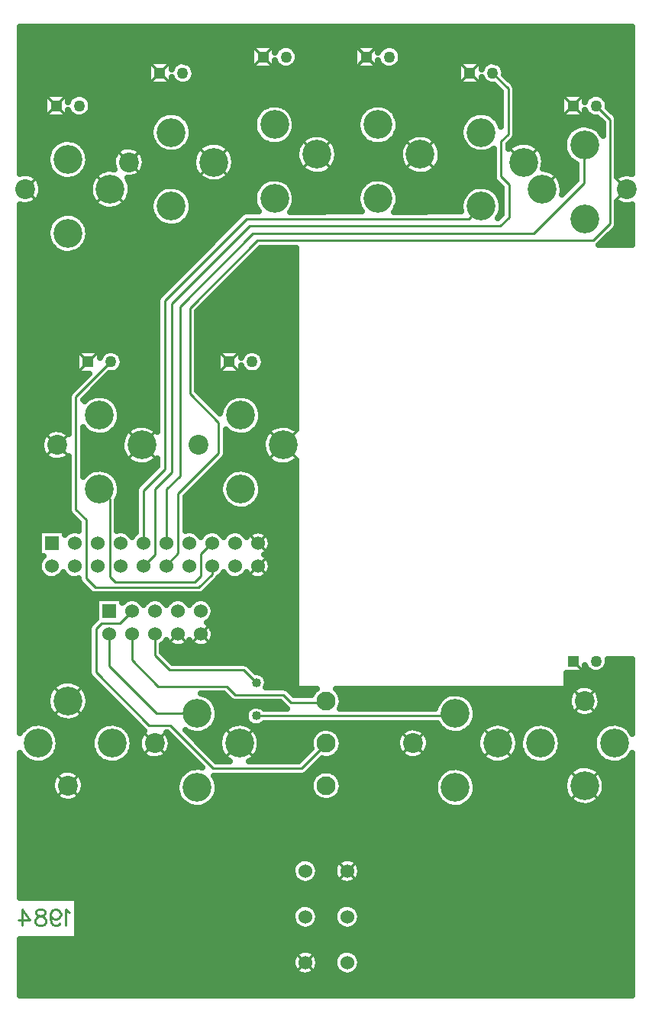
<source format=gbr>
G04 DipTrace 2.4.0.2*
%INBottomCopper.gbr*%
%MOIN*%
%ADD13C,0.01*%
%ADD14C,0.025*%
%ADD15C,0.013*%
%ADD16C,0.05*%
%ADD17R,0.05X0.05*%
%ADD18C,0.06*%
%ADD19C,0.126*%
%ADD20C,0.0866*%
%ADD21C,0.0827*%
%ADD22R,0.06X0.06*%
%ADD23C,0.04*%
%ADD25C,0.18*%
%ADD52C,0.0108*%
%FSLAX44Y44*%
G04*
G70*
G90*
G75*
G01*
%LNBottom*%
%LPD*%
X9706Y24094D2*
D13*
Y26399D1*
X10630Y27323D1*
Y34685D1*
X14213Y38268D1*
X23903D1*
X24454Y38819D1*
X9706Y23094D2*
X9709D1*
X10197Y23583D1*
Y26457D1*
X10949Y27209D1*
Y34571D1*
X14331Y37953D1*
X25276D1*
X25669Y38346D1*
Y39764D1*
X25315Y40118D1*
Y41654D1*
X25630Y41969D1*
Y43962D1*
X24954Y44638D1*
X10706Y24094D2*
Y26454D1*
X11295Y27043D1*
Y34445D1*
X14488Y37638D1*
X26732D1*
X28937Y39843D1*
Y41467D1*
X28966Y41496D1*
X10706Y23094D2*
Y23147D1*
X11220Y23661D1*
Y26260D1*
X12992Y28031D1*
Y29370D1*
X11736Y30626D1*
Y34374D1*
X14685Y37323D1*
X29331D1*
X30079Y38071D1*
Y42596D1*
X29466Y43209D1*
X12706Y24094D2*
X12677D1*
X12205Y23622D1*
Y22677D1*
X11929Y22402D1*
X8465D1*
X8228Y22638D1*
Y26016D1*
X7787Y26457D1*
X12706Y23094D2*
Y22745D1*
X12126Y22165D1*
X7598D1*
X7205Y22559D1*
Y25118D1*
X6752Y25571D1*
Y30492D1*
X8287Y32028D1*
X8206Y20126D2*
Y18723D1*
X10276Y16654D1*
X12049D1*
X17686Y15354D2*
Y15324D1*
X16614Y14252D1*
X12756D1*
X10866Y16142D1*
X9961D1*
X7638Y18465D1*
Y20354D1*
X7874Y20591D1*
X8670D1*
X9206Y21126D1*
Y20126D2*
Y18983D1*
X10343Y17846D1*
X13335D1*
X13709Y17472D1*
X15811D1*
X16142Y17142D1*
X17623D1*
X17686Y17205D1*
X10206Y20126D2*
Y19192D1*
X10843Y18555D1*
X14083D1*
X14630Y18008D1*
Y16551D2*
X23222D1*
X23324Y16654D1*
D23*
X14630Y18008D3*
Y16551D3*
D25*
X5417Y45457D3*
X29957D3*
X5417Y5417D3*
X29957D3*
X4347Y46414D2*
D14*
X31025D1*
X4347Y46165D2*
X31025D1*
X4347Y45916D2*
X31025D1*
X4347Y45668D2*
X14393D1*
X16357D2*
X18904D1*
X20868D2*
X31025D1*
X4347Y45419D2*
X14393D1*
X16466D2*
X18904D1*
X20978D2*
X31025D1*
X4347Y45170D2*
X14393D1*
X16439D2*
X18904D1*
X20950D2*
X31025D1*
X4347Y44922D2*
X9877D1*
X11872D2*
X14393D1*
X15470D2*
X15615D1*
X16247D2*
X18904D1*
X19982D2*
X20123D1*
X20759D2*
X23416D1*
X25407D2*
X31025D1*
X4347Y44673D2*
X9877D1*
X11958D2*
X23416D1*
X25493D2*
X31025D1*
X4347Y44424D2*
X9877D1*
X11911D2*
X23416D1*
X25638D2*
X31025D1*
X4347Y44176D2*
X9877D1*
X10958D2*
X11166D1*
X11669D2*
X23416D1*
X24493D2*
X24701D1*
X25888D2*
X31025D1*
X4347Y43927D2*
X25193D1*
X25970D2*
X31025D1*
X4347Y43678D2*
X5365D1*
X6446D2*
X6670D1*
X7142D2*
X25291D1*
X25970D2*
X27928D1*
X29005D2*
X29228D1*
X29700D2*
X31025D1*
X4347Y43429D2*
X5365D1*
X7396D2*
X25291D1*
X25970D2*
X27928D1*
X29954D2*
X31025D1*
X4347Y43181D2*
X5365D1*
X7446D2*
X15002D1*
X15857D2*
X19514D1*
X20368D2*
X25291D1*
X25970D2*
X27928D1*
X30005D2*
X31025D1*
X4347Y42932D2*
X5365D1*
X7364D2*
X10760D1*
X11075D2*
X14701D1*
X16161D2*
X19213D1*
X20673D2*
X24295D1*
X24611D2*
X25291D1*
X25970D2*
X27928D1*
X30212D2*
X31025D1*
X4347Y42683D2*
X10264D1*
X11571D2*
X14564D1*
X16298D2*
X19076D1*
X20810D2*
X23799D1*
X25107D2*
X25293D1*
X25970D2*
X29521D1*
X30407D2*
X31025D1*
X4347Y42435D2*
X10088D1*
X11751D2*
X14514D1*
X16349D2*
X19025D1*
X20861D2*
X23623D1*
X25970D2*
X29740D1*
X30419D2*
X31025D1*
X4347Y42186D2*
X10010D1*
X11829D2*
X14533D1*
X16329D2*
X19045D1*
X20841D2*
X23545D1*
X25970D2*
X28373D1*
X29560D2*
X29740D1*
X30419D2*
X31025D1*
X4347Y41937D2*
X10006D1*
X11833D2*
X14631D1*
X16232D2*
X16990D1*
X17571D2*
X19143D1*
X20743D2*
X21502D1*
X22083D2*
X23541D1*
X25970D2*
X28162D1*
X30419D2*
X31025D1*
X4347Y41689D2*
X6029D1*
X6782D2*
X10072D1*
X11763D2*
X14842D1*
X16021D2*
X16596D1*
X17966D2*
X19353D1*
X20532D2*
X21111D1*
X22478D2*
X23611D1*
X25821D2*
X28068D1*
X30419D2*
X31025D1*
X4347Y41440D2*
X5697D1*
X7118D2*
X8951D1*
X9184D2*
X10236D1*
X11599D2*
X12178D1*
X13361D2*
X16436D1*
X18126D2*
X20947D1*
X22638D2*
X23771D1*
X26896D2*
X28049D1*
X30419D2*
X31025D1*
X4347Y41191D2*
X5549D1*
X7267D2*
X8506D1*
X9634D2*
X10635D1*
X11204D2*
X11967D1*
X13571D2*
X16369D1*
X18193D2*
X20881D1*
X22704D2*
X24170D1*
X24739D2*
X24975D1*
X27107D2*
X28100D1*
X30419D2*
X31025D1*
X4347Y40943D2*
X5490D1*
X7321D2*
X8373D1*
X9763D2*
X11869D1*
X13669D2*
X16373D1*
X18189D2*
X20885D1*
X22700D2*
X24975D1*
X27204D2*
X28236D1*
X30419D2*
X31025D1*
X4347Y40694D2*
X5502D1*
X7310D2*
X8346D1*
X9790D2*
X11850D1*
X13689D2*
X16451D1*
X18111D2*
X20963D1*
X22622D2*
X24975D1*
X27224D2*
X28545D1*
X30419D2*
X31025D1*
X4347Y40445D2*
X5592D1*
X7220D2*
X8061D1*
X9724D2*
X11900D1*
X13638D2*
X16627D1*
X17935D2*
X21139D1*
X22446D2*
X24975D1*
X27310D2*
X28596D1*
X30419D2*
X31025D1*
X4884Y40197D2*
X5787D1*
X7025D2*
X7596D1*
X9521D2*
X12041D1*
X13497D2*
X17131D1*
X17431D2*
X21643D1*
X21943D2*
X24975D1*
X27775D2*
X28596D1*
X5165Y39948D2*
X7424D1*
X9091D2*
X12346D1*
X13193D2*
X14994D1*
X15868D2*
X19506D1*
X20380D2*
X25025D1*
X27950D2*
X28572D1*
X5267Y39699D2*
X7346D1*
X9165D2*
X10732D1*
X11103D2*
X14697D1*
X16165D2*
X19209D1*
X20677D2*
X24268D1*
X24638D2*
X25264D1*
X28025D2*
X28322D1*
X5271Y39450D2*
X7346D1*
X9169D2*
X10260D1*
X11579D2*
X14561D1*
X16298D2*
X19072D1*
X20810D2*
X23795D1*
X25114D2*
X25330D1*
X5177Y39202D2*
X7416D1*
X9099D2*
X10084D1*
X11751D2*
X14514D1*
X16349D2*
X19025D1*
X20861D2*
X23619D1*
X4915Y38953D2*
X7580D1*
X8935D2*
X10010D1*
X11829D2*
X14533D1*
X16329D2*
X19045D1*
X20841D2*
X23545D1*
X4347Y38704D2*
X7994D1*
X8521D2*
X10006D1*
X11829D2*
X14631D1*
X16228D2*
X19143D1*
X20739D2*
X23541D1*
X30419D2*
X31025D1*
X4347Y38456D2*
X6018D1*
X6794D2*
X10076D1*
X11763D2*
X13932D1*
X30419D2*
X31025D1*
X4347Y38207D2*
X5693D1*
X7122D2*
X10240D1*
X11595D2*
X13682D1*
X30419D2*
X31025D1*
X4347Y37958D2*
X5545D1*
X7267D2*
X10650D1*
X11189D2*
X13432D1*
X30400D2*
X31025D1*
X4347Y37710D2*
X5490D1*
X7325D2*
X13186D1*
X30189D2*
X31025D1*
X4347Y37461D2*
X5506D1*
X7310D2*
X12936D1*
X29939D2*
X31025D1*
X4347Y37212D2*
X5596D1*
X7220D2*
X12686D1*
X29689D2*
X31025D1*
X4347Y36964D2*
X5795D1*
X7021D2*
X12439D1*
X14794D2*
X16338D1*
X4347Y36715D2*
X12189D1*
X14548D2*
X16338D1*
X4347Y36466D2*
X11939D1*
X14298D2*
X16338D1*
X4347Y36218D2*
X11693D1*
X14048D2*
X16338D1*
X4347Y35969D2*
X11443D1*
X13802D2*
X16338D1*
X4347Y35720D2*
X11193D1*
X13552D2*
X16338D1*
X4347Y35471D2*
X10947D1*
X13302D2*
X16338D1*
X4347Y35223D2*
X10697D1*
X13056D2*
X16338D1*
X4347Y34974D2*
X10447D1*
X12806D2*
X16338D1*
X4347Y34725D2*
X10291D1*
X12556D2*
X16338D1*
X4347Y34477D2*
X10291D1*
X12310D2*
X16338D1*
X4347Y34228D2*
X10291D1*
X12075D2*
X16338D1*
X4347Y33979D2*
X10291D1*
X12075D2*
X16338D1*
X4347Y33731D2*
X10291D1*
X12075D2*
X16338D1*
X4347Y33482D2*
X10291D1*
X12075D2*
X16338D1*
X4347Y33233D2*
X10291D1*
X12075D2*
X16338D1*
X4347Y32985D2*
X10291D1*
X12075D2*
X16338D1*
X4347Y32736D2*
X10291D1*
X12075D2*
X16338D1*
X4347Y32487D2*
X6748D1*
X7825D2*
X8029D1*
X8544D2*
X10291D1*
X12075D2*
X12912D1*
X13993D2*
X14197D1*
X14708D2*
X16338D1*
X4347Y32239D2*
X6748D1*
X8782D2*
X10291D1*
X12075D2*
X12912D1*
X14946D2*
X16338D1*
X4347Y31990D2*
X6748D1*
X8825D2*
X10291D1*
X12075D2*
X12912D1*
X14989D2*
X16338D1*
X4347Y31741D2*
X6748D1*
X8739D2*
X10291D1*
X12075D2*
X12912D1*
X14907D2*
X16338D1*
X4347Y31492D2*
X7283D1*
X8224D2*
X10291D1*
X12075D2*
X16338D1*
X4347Y31244D2*
X7033D1*
X7974D2*
X10291D1*
X12075D2*
X16338D1*
X4347Y30995D2*
X6783D1*
X7724D2*
X10291D1*
X12075D2*
X16338D1*
X4347Y30746D2*
X6537D1*
X7478D2*
X10291D1*
X12087D2*
X16338D1*
X4347Y30498D2*
X6412D1*
X7228D2*
X7388D1*
X8185D2*
X10291D1*
X12333D2*
X13553D1*
X14353D2*
X16338D1*
X4347Y30249D2*
X6412D1*
X8505D2*
X10291D1*
X12583D2*
X13232D1*
X14673D2*
X16338D1*
X4347Y30000D2*
X6412D1*
X8650D2*
X10291D1*
X12833D2*
X13092D1*
X14814D2*
X16338D1*
X4347Y29752D2*
X6412D1*
X8704D2*
X10291D1*
X14868D2*
X16338D1*
X4347Y29503D2*
X6412D1*
X8689D2*
X10291D1*
X14853D2*
X16338D1*
X4347Y29254D2*
X6412D1*
X8595D2*
X9396D1*
X9876D2*
X10291D1*
X14763D2*
X15564D1*
X16044D2*
X16338D1*
X4347Y29006D2*
X5592D1*
X6282D2*
X6413D1*
X8396D2*
X8967D1*
X14560D2*
X15135D1*
X4347Y28757D2*
X5322D1*
X7091D2*
X8799D1*
X13333D2*
X14963D1*
X4347Y28508D2*
X5225D1*
X7091D2*
X8725D1*
X13333D2*
X14893D1*
X4347Y28260D2*
X5225D1*
X7091D2*
X8728D1*
X13333D2*
X14893D1*
X4347Y28011D2*
X5322D1*
X7091D2*
X8799D1*
X13333D2*
X14967D1*
X4347Y27762D2*
X5600D1*
X6275D2*
X6413D1*
X7091D2*
X8971D1*
X13193D2*
X15135D1*
X4347Y27513D2*
X6412D1*
X7091D2*
X9416D1*
X9861D2*
X10291D1*
X12943D2*
X15580D1*
X16028D2*
X16338D1*
X4347Y27265D2*
X6412D1*
X7091D2*
X7377D1*
X8196D2*
X10103D1*
X12696D2*
X13545D1*
X14361D2*
X16338D1*
X4347Y27016D2*
X6412D1*
X8509D2*
X9853D1*
X12446D2*
X13228D1*
X14677D2*
X16338D1*
X4347Y26767D2*
X6412D1*
X8650D2*
X9603D1*
X12196D2*
X13088D1*
X14818D2*
X16338D1*
X4347Y26519D2*
X6412D1*
X8704D2*
X9389D1*
X11950D2*
X13037D1*
X14872D2*
X16338D1*
X4347Y26270D2*
X6412D1*
X8689D2*
X9365D1*
X11700D2*
X13053D1*
X14853D2*
X16338D1*
X4347Y26021D2*
X6412D1*
X8595D2*
X9365D1*
X11560D2*
X13146D1*
X14759D2*
X16338D1*
X4347Y25773D2*
X6412D1*
X8568D2*
X9365D1*
X11560D2*
X13350D1*
X14556D2*
X16338D1*
X4347Y25524D2*
X6416D1*
X8568D2*
X9365D1*
X11560D2*
X16338D1*
X4347Y25275D2*
X6576D1*
X8568D2*
X9365D1*
X11560D2*
X16338D1*
X4347Y25027D2*
X6826D1*
X8568D2*
X9365D1*
X11560D2*
X16338D1*
X4347Y24778D2*
X6865D1*
X8568D2*
X9365D1*
X11560D2*
X16338D1*
X4347Y24529D2*
X5115D1*
X9091D2*
X9322D1*
X12091D2*
X12322D1*
X13091D2*
X13322D1*
X14091D2*
X14322D1*
X15091D2*
X16338D1*
X4347Y24281D2*
X5115D1*
X15263D2*
X16338D1*
X4347Y24032D2*
X5115D1*
X15294D2*
X16338D1*
X4347Y23783D2*
X5115D1*
X15200D2*
X16338D1*
X4347Y23534D2*
X5115D1*
X15087D2*
X16338D1*
X4347Y23286D2*
X5150D1*
X15263D2*
X16338D1*
X4347Y23037D2*
X5119D1*
X15294D2*
X16338D1*
X4347Y22788D2*
X5205D1*
X15204D2*
X16338D1*
X4347Y22540D2*
X5576D1*
X5837D2*
X6576D1*
X12970D2*
X13576D1*
X13837D2*
X14576D1*
X14837D2*
X16338D1*
X4347Y22291D2*
X7002D1*
X12720D2*
X16338D1*
X4347Y22042D2*
X7252D1*
X12474D2*
X16338D1*
X4347Y21794D2*
X16338D1*
X4347Y21545D2*
X7615D1*
X9611D2*
X9803D1*
X10611D2*
X10803D1*
X11611D2*
X11803D1*
X12611D2*
X16338D1*
X4347Y21296D2*
X7615D1*
X12771D2*
X16338D1*
X4347Y21048D2*
X7615D1*
X12790D2*
X16338D1*
X4347Y20799D2*
X7611D1*
X12693D2*
X16338D1*
X4347Y20550D2*
X7365D1*
X12603D2*
X16338D1*
X4347Y20302D2*
X7299D1*
X12767D2*
X16338D1*
X4347Y20053D2*
X7299D1*
X12790D2*
X16338D1*
X4347Y19804D2*
X7299D1*
X12696D2*
X16338D1*
X4347Y19555D2*
X7299D1*
X10544D2*
X16338D1*
X4347Y19307D2*
X7299D1*
X10560D2*
X16338D1*
X4347Y19058D2*
X7299D1*
X10810D2*
X16338D1*
X4347Y18809D2*
X7299D1*
X14294D2*
X16338D1*
X29989D2*
X31025D1*
X4347Y18561D2*
X7299D1*
X14548D2*
X16338D1*
X29833D2*
X31025D1*
X4347Y18312D2*
X7338D1*
X15005D2*
X16338D1*
X28200D2*
X31025D1*
X4347Y18063D2*
X6131D1*
X6685D2*
X7568D1*
X15118D2*
X16338D1*
X28200D2*
X31025D1*
X4347Y17815D2*
X5728D1*
X7087D2*
X7818D1*
X15079D2*
X16338D1*
X28189D2*
X28603D1*
X29329D2*
X31025D1*
X4347Y17566D2*
X5564D1*
X7251D2*
X8064D1*
X16189D2*
X17088D1*
X18286D2*
X28346D1*
X29587D2*
X31025D1*
X4347Y17317D2*
X5494D1*
X7318D2*
X8314D1*
X12673D2*
X13393D1*
X18380D2*
X22697D1*
X23950D2*
X28252D1*
X29681D2*
X31025D1*
X4347Y17069D2*
X5498D1*
X7318D2*
X8564D1*
X12864D2*
X15744D1*
X18376D2*
X22506D1*
X24142D2*
X28256D1*
X29677D2*
X31025D1*
X4347Y16820D2*
X5572D1*
X7239D2*
X8811D1*
X12954D2*
X14225D1*
X24228D2*
X28357D1*
X29571D2*
X31025D1*
X4347Y16571D2*
X5752D1*
X7064D2*
X9061D1*
X12966D2*
X14139D1*
X24239D2*
X28646D1*
X29282D2*
X31025D1*
X4347Y16323D2*
X6232D1*
X6579D2*
X9311D1*
X12903D2*
X14201D1*
X24181D2*
X31025D1*
X4347Y16074D2*
X4553D1*
X5665D2*
X7779D1*
X8892D2*
X9557D1*
X12755D2*
X13342D1*
X14454D2*
X22619D1*
X24032D2*
X24619D1*
X25732D2*
X26478D1*
X27595D2*
X29709D1*
X30821D2*
X31025D1*
X5892Y15825D2*
X7549D1*
X9122D2*
X9658D1*
X12411D2*
X13111D1*
X14685D2*
X17174D1*
X18200D2*
X20936D1*
X22013D2*
X22963D1*
X23689D2*
X24389D1*
X25962D2*
X26252D1*
X27821D2*
X29478D1*
X6001Y15576D2*
X7443D1*
X9228D2*
X9510D1*
X11903D2*
X13006D1*
X14790D2*
X17021D1*
X18353D2*
X20787D1*
X22161D2*
X24283D1*
X27927D2*
X29373D1*
X6028Y15328D2*
X7416D1*
X9255D2*
X9475D1*
X10919D2*
X11209D1*
X12150D2*
X12978D1*
X14818D2*
X16982D1*
X18388D2*
X20752D1*
X22196D2*
X24256D1*
X27954D2*
X29346D1*
X5986Y15079D2*
X7459D1*
X9212D2*
X9533D1*
X10864D2*
X11459D1*
X12400D2*
X13021D1*
X14775D2*
X16971D1*
X18329D2*
X20807D1*
X22142D2*
X24299D1*
X27911D2*
X29389D1*
X5857Y14830D2*
X7584D1*
X9087D2*
X9713D1*
X10685D2*
X11709D1*
X12650D2*
X13150D1*
X14650D2*
X16721D1*
X18142D2*
X20986D1*
X21958D2*
X24424D1*
X25923D2*
X26287D1*
X27786D2*
X29514D1*
X4347Y14582D2*
X4631D1*
X5583D2*
X7861D1*
X8814D2*
X11955D1*
X12896D2*
X13424D1*
X14376D2*
X16475D1*
X17415D2*
X24697D1*
X25650D2*
X26561D1*
X27513D2*
X29787D1*
X30739D2*
X31025D1*
X4347Y14333D2*
X12205D1*
X17165D2*
X28603D1*
X29325D2*
X31025D1*
X4347Y14084D2*
X5994D1*
X6818D2*
X11420D1*
X16915D2*
X17311D1*
X18064D2*
X22693D1*
X23954D2*
X28260D1*
X29673D2*
X31025D1*
X4347Y13836D2*
X5768D1*
X7044D2*
X11228D1*
X12868D2*
X17068D1*
X18302D2*
X22506D1*
X24146D2*
X28111D1*
X29821D2*
X31025D1*
X4347Y13587D2*
X5689D1*
X7126D2*
X11143D1*
X12954D2*
X16990D1*
X18384D2*
X22420D1*
X24228D2*
X28049D1*
X29880D2*
X31025D1*
X4347Y13338D2*
X5705D1*
X7111D2*
X11135D1*
X12962D2*
X17002D1*
X18368D2*
X22408D1*
X24239D2*
X28061D1*
X29868D2*
X31025D1*
X4347Y13090D2*
X5822D1*
X6993D2*
X11193D1*
X12903D2*
X17123D1*
X18247D2*
X22471D1*
X24177D2*
X28146D1*
X29782D2*
X31025D1*
X4347Y12841D2*
X6166D1*
X6650D2*
X11346D1*
X12751D2*
X17518D1*
X17853D2*
X22623D1*
X24028D2*
X28342D1*
X29591D2*
X31025D1*
X4347Y12592D2*
X11697D1*
X12400D2*
X22975D1*
X23677D2*
X31025D1*
X4347Y12344D2*
X31025D1*
X4347Y12095D2*
X31025D1*
X4347Y11846D2*
X31025D1*
X4347Y11597D2*
X31025D1*
X4347Y11349D2*
X31025D1*
X4347Y11100D2*
X31025D1*
X4347Y10851D2*
X31025D1*
X4347Y10603D2*
X31025D1*
X4347Y10354D2*
X31025D1*
X4347Y10105D2*
X16291D1*
X17255D2*
X18115D1*
X19083D2*
X31025D1*
X4347Y9857D2*
X16189D1*
X17357D2*
X18018D1*
X19185D2*
X31025D1*
X4347Y9608D2*
X16209D1*
X17337D2*
X18037D1*
X19165D2*
X31025D1*
X4347Y9359D2*
X16365D1*
X17181D2*
X18193D1*
X19005D2*
X31025D1*
X4347Y9111D2*
X31025D1*
X4347Y8862D2*
X31025D1*
X4347Y8613D2*
X31025D1*
X6821Y8365D2*
X31025D1*
X6821Y8116D2*
X16299D1*
X17247D2*
X18123D1*
X19075D2*
X31025D1*
X6821Y7867D2*
X16189D1*
X17357D2*
X18018D1*
X19181D2*
X31025D1*
X6821Y7618D2*
X16205D1*
X17341D2*
X18033D1*
X19169D2*
X31025D1*
X6821Y7370D2*
X16353D1*
X17193D2*
X18182D1*
X19017D2*
X31025D1*
X6821Y7121D2*
X31025D1*
X6821Y6872D2*
X31025D1*
X4347Y6624D2*
X31025D1*
X4347Y6375D2*
X31025D1*
X4347Y6126D2*
X16307D1*
X17239D2*
X18131D1*
X19068D2*
X31025D1*
X4347Y5878D2*
X16193D1*
X17353D2*
X18018D1*
X19181D2*
X31025D1*
X4347Y5629D2*
X16201D1*
X17345D2*
X18029D1*
X19169D2*
X31025D1*
X4347Y5380D2*
X16346D1*
X17200D2*
X18170D1*
X19028D2*
X31025D1*
X4347Y5132D2*
X31025D1*
X4347Y4883D2*
X31025D1*
X4347Y4634D2*
X31025D1*
X4347Y4385D2*
X31025D1*
X7407Y43085D2*
X7362Y42968D1*
X7291Y42866D1*
X7197Y42784D1*
X7087Y42726D1*
X6966Y42697D1*
X6841Y42698D1*
X6720Y42729D1*
X6610Y42788D1*
X6518Y42871D1*
X6448Y42975D1*
X6423Y43044D1*
X6422Y42694D1*
X5392D1*
Y43724D1*
X6422D1*
Y43381D1*
X6455Y43455D1*
X6527Y43557D1*
X6622Y43638D1*
X6734Y43694D1*
X6855Y43721D1*
X6980Y43718D1*
X7100Y43686D1*
X7209Y43625D1*
X7301Y43540D1*
X7369Y43436D1*
X7410Y43318D1*
X7422Y43209D1*
X7407Y43085D1*
X11918Y44514D2*
X11874Y44398D1*
X11803Y44295D1*
X11709Y44213D1*
X11599Y44155D1*
X11477Y44126D1*
X11353Y44127D1*
X11232Y44158D1*
X11122Y44217D1*
X11030Y44301D1*
X10960Y44404D1*
X10934Y44474D1*
Y44123D1*
X9904D1*
Y45153D1*
X10934D1*
Y44810D1*
X10967Y44885D1*
X11039Y44986D1*
X11134Y45067D1*
X11246Y45123D1*
X11367Y45150D1*
X11492Y45147D1*
X11612Y45115D1*
X11721Y45054D1*
X11813Y44969D1*
X11881Y44865D1*
X11922Y44747D1*
X11934Y44638D1*
X11918Y44514D1*
X16430Y45223D2*
X16386Y45106D1*
X16315Y45004D1*
X16221Y44921D1*
X16110Y44864D1*
X15989Y44835D1*
X15864Y44836D1*
X15744Y44867D1*
X15634Y44926D1*
X15541Y45009D1*
X15472Y45113D1*
X15446Y45182D1*
X15445Y44832D1*
X14416D1*
Y45861D1*
X15445D1*
Y45518D1*
X15478Y45593D1*
X15551Y45695D1*
X15646Y45776D1*
X15757Y45831D1*
X15879Y45859D1*
X16004Y45856D1*
X16124Y45824D1*
X16233Y45763D1*
X16324Y45678D1*
X16393Y45574D1*
X16434Y45456D1*
X16445Y45346D1*
X16430Y45223D1*
X20942D2*
X20898Y45106D1*
X20827Y45004D1*
X20733Y44921D1*
X20622Y44864D1*
X20501Y44835D1*
X20376Y44836D1*
X20255Y44867D1*
X20146Y44926D1*
X20053Y45009D1*
X19983Y45113D1*
X19958Y45182D1*
X19957Y44832D1*
X18927D1*
Y45861D1*
X19957D1*
Y45518D1*
X19990Y45593D1*
X20063Y45695D1*
X20158Y45776D1*
X20269Y45831D1*
X20391Y45859D1*
X20515Y45856D1*
X20636Y45824D1*
X20745Y45763D1*
X20836Y45678D1*
X20904Y45574D1*
X20945Y45456D1*
X20957Y45346D1*
X20942Y45223D1*
X25017Y44127D2*
X24888D1*
X24767Y44158D1*
X24657Y44217D1*
X24565Y44301D1*
X24495Y44404D1*
X24470Y44474D1*
X24469Y44123D1*
X23439D1*
Y45153D1*
X24469D1*
Y44810D1*
X24502Y44885D1*
X24575Y44986D1*
X24670Y45067D1*
X24781Y45123D1*
X24903Y45150D1*
X25027Y45147D1*
X25148Y45115D1*
X25257Y45054D1*
X25348Y44969D1*
X25416Y44865D1*
X25457Y44747D1*
X25469Y44638D1*
X25461Y44572D1*
X25853Y44185D1*
X25921Y44081D1*
X25945Y43962D1*
Y41969D1*
X25920Y41847D1*
X25853Y41746D1*
X25629Y41522D1*
X25630Y41337D1*
X25755Y41454D1*
X25880Y41536D1*
X26018Y41596D1*
X26163Y41632D1*
X26313Y41643D1*
X26462Y41629D1*
X26607Y41590D1*
X26743Y41528D1*
X26867Y41444D1*
X26975Y41340D1*
X27065Y41220D1*
X27133Y41087D1*
X27178Y40944D1*
X27198Y40795D1*
X27194Y40648D1*
X27165Y40501D1*
X27152Y40460D1*
X27297Y40443D1*
X27441Y40400D1*
X27575Y40334D1*
X27697Y40247D1*
X27802Y40140D1*
X27888Y40018D1*
X27953Y39882D1*
X27994Y39738D1*
X28010Y39589D1*
X28002Y39442D1*
X27978Y39328D1*
X28623Y39974D1*
X28622Y40667D1*
X28518Y40722D1*
X28414Y40791D1*
X28322Y40875D1*
X28241Y40971D1*
X28175Y41077D1*
X28125Y41191D1*
X28090Y41311D1*
X28073Y41435D1*
Y41560D1*
X28091Y41683D1*
X28125Y41803D1*
X28176Y41917D1*
X28243Y42023D1*
X28323Y42119D1*
X28416Y42202D1*
X28520Y42272D1*
X28632Y42326D1*
X28751Y42365D1*
X28874Y42386D1*
X28999Y42390D1*
X29123Y42377D1*
X29244Y42346D1*
X29360Y42299D1*
X29468Y42237D1*
X29566Y42160D1*
X29653Y42070D1*
X29726Y41968D1*
X29764Y41896D1*
Y42465D1*
X29525Y42697D1*
X29400Y42698D1*
X29279Y42729D1*
X29169Y42788D1*
X29077Y42871D1*
X29007Y42975D1*
X28982Y43044D1*
X28981Y42694D1*
X27951D1*
Y43724D1*
X28981D1*
Y43381D1*
X29014Y43455D1*
X29086Y43557D1*
X29181Y43638D1*
X29293Y43694D1*
X29414Y43721D1*
X29539Y43718D1*
X29659Y43686D1*
X29769Y43625D1*
X29860Y43540D1*
X29928Y43436D1*
X29969Y43318D1*
X29981Y43209D1*
X29973Y43143D1*
X30301Y42818D1*
X30370Y42715D1*
X30394Y42596D1*
Y40123D1*
X30513Y40195D1*
X30629Y40239D1*
X30752Y40262D1*
X30877D1*
X31000Y40240D1*
X31053Y40224D1*
X31052Y46662D1*
X4322D1*
Y40224D1*
X4443Y40256D1*
X4567Y40265D1*
X4691Y40252D1*
X4811Y40217D1*
X4923Y40161D1*
X5023Y40086D1*
X5108Y39995D1*
X5175Y39890D1*
X5223Y39774D1*
X5249Y39652D1*
X5253Y39517D1*
X5233Y39394D1*
X5191Y39276D1*
X5129Y39168D1*
X5049Y39072D1*
X4953Y38992D1*
X4844Y38931D1*
X4726Y38890D1*
X4603Y38870D1*
X4478Y38873D1*
X4356Y38898D1*
X4322Y38909D1*
Y15783D1*
X4385Y15882D1*
X4465Y15977D1*
X4558Y16060D1*
X4662Y16130D1*
X4774Y16185D1*
X4893Y16223D1*
X5016Y16244D1*
X5141Y16249D1*
X5265Y16235D1*
X5386Y16205D1*
X5502Y16158D1*
X5610Y16095D1*
X5708Y16018D1*
X5795Y15928D1*
X5868Y15827D1*
X5926Y15716D1*
X5968Y15599D1*
X5994Y15476D1*
X6002Y15354D1*
X5994Y15230D1*
X5968Y15108D1*
X5925Y14990D1*
X5866Y14880D1*
X5793Y14779D1*
X5706Y14689D1*
X5608Y14612D1*
X5499Y14550D1*
X5384Y14503D1*
X5262Y14473D1*
X5138Y14460D1*
X5013Y14464D1*
X4890Y14486D1*
X4772Y14525D1*
X4659Y14580D1*
X4556Y14650D1*
X4463Y14733D1*
X4383Y14829D1*
X4323Y14925D1*
X4322Y8596D1*
X5313Y8593D1*
X6798D1*
Y6800D1*
X4325D1*
X4322Y6412D1*
Y4322D1*
X31052D1*
Y14927D1*
X30950Y14779D1*
X30864Y14689D1*
X30765Y14612D1*
X30657Y14550D1*
X30541Y14503D1*
X30420Y14473D1*
X30296Y14460D1*
X30171Y14464D1*
X30048Y14486D1*
X29929Y14525D1*
X29817Y14580D1*
X29713Y14650D1*
X29621Y14733D1*
X29541Y14829D1*
X29474Y14935D1*
X29424Y15049D1*
X29390Y15169D1*
X29372Y15293D1*
X29373Y15418D1*
X29390Y15542D1*
X29425Y15662D1*
X29476Y15776D1*
X29542Y15882D1*
X29622Y15977D1*
X29715Y16060D1*
X29819Y16130D1*
X29931Y16185D1*
X30050Y16223D1*
X30173Y16244D1*
X30298Y16249D1*
X30422Y16235D1*
X30544Y16205D1*
X30659Y16158D1*
X30767Y16095D1*
X30865Y16018D1*
X30952Y15928D1*
X31053Y15775D1*
X31052Y19044D1*
X29970D1*
X29981Y18945D1*
X29966Y18821D1*
X29921Y18705D1*
X29850Y18602D1*
X29757Y18520D1*
X29646Y18462D1*
X29525Y18433D1*
X29400Y18434D1*
X29279Y18465D1*
X29169Y18524D1*
X29077Y18608D1*
X29007Y18711D1*
X28982Y18781D1*
X28981Y18430D1*
X28174D1*
Y17862D1*
X28112Y17757D1*
X28049Y17737D1*
X18107D1*
X18180Y17669D1*
X18257Y17571D1*
X18315Y17460D1*
X18351Y17341D1*
X18365Y17205D1*
X18353Y17080D1*
X18319Y16960D1*
X18272Y16866D1*
X22454D1*
X22484Y16961D1*
X22535Y17075D1*
X22601Y17181D1*
X22682Y17276D1*
X22775Y17360D1*
X22878Y17429D1*
X22991Y17484D1*
X23109Y17522D1*
X23232Y17544D1*
X23357Y17548D1*
X23481Y17534D1*
X23603Y17504D1*
X23718Y17457D1*
X23826Y17394D1*
X23925Y17317D1*
X24011Y17227D1*
X24084Y17126D1*
X24143Y17015D1*
X24185Y16898D1*
X24211Y16776D1*
X24219Y16654D1*
X24210Y16529D1*
X24184Y16407D1*
X24142Y16289D1*
X24083Y16179D1*
X24009Y16078D1*
X23923Y15988D1*
X23824Y15911D1*
X23716Y15849D1*
X23600Y15802D1*
X23479Y15772D1*
X23355Y15759D1*
X23230Y15764D1*
X23107Y15785D1*
X22988Y15824D1*
X22876Y15879D1*
X22773Y15949D1*
X22680Y16033D1*
X22600Y16128D1*
X22532Y16238D1*
X17597Y16236D1*
X14968D1*
X14851Y16142D1*
X14734Y16098D1*
X14610Y16087D1*
X14488Y16109D1*
X14375Y16162D1*
X14281Y16244D1*
X14212Y16348D1*
X14173Y16466D1*
X14167Y16591D1*
X14194Y16712D1*
X14252Y16822D1*
X14338Y16913D1*
X14444Y16977D1*
X14564Y17011D1*
X14689Y17012D1*
X14809Y16980D1*
X14917Y16917D1*
X14968Y16864D1*
X15993Y16866D1*
X15919Y16919D1*
X15679Y17159D1*
X13709Y17158D1*
X13587Y17182D1*
X13486Y17250D1*
X13201Y17534D1*
X12221Y17532D1*
X12327Y17504D1*
X12443Y17457D1*
X12551Y17394D1*
X12649Y17317D1*
X12735Y17227D1*
X12809Y17126D1*
X12867Y17015D1*
X12909Y16898D1*
X12935Y16776D1*
X12943Y16654D1*
X12935Y16529D1*
X12909Y16407D1*
X12866Y16289D1*
X12807Y16179D1*
X12734Y16078D1*
X12647Y15988D1*
X12549Y15911D1*
X12440Y15849D1*
X12325Y15802D1*
X12203Y15772D1*
X12079Y15759D1*
X11954Y15764D1*
X11831Y15785D1*
X11713Y15824D1*
X11600Y15879D1*
X11531Y15922D1*
X12887Y14566D1*
X13473Y14568D1*
X13347Y14650D1*
X13237Y14752D1*
X13146Y14870D1*
X13076Y15003D1*
X13029Y15145D1*
X13006Y15293D1*
X13009Y15443D1*
X13036Y15590D1*
X13087Y15731D1*
X13161Y15861D1*
X13256Y15977D1*
X13369Y16076D1*
X13497Y16154D1*
X13636Y16210D1*
X13782Y16242D1*
X13932Y16249D1*
X14081Y16230D1*
X14224Y16188D1*
X14359Y16122D1*
X14481Y16034D1*
X14586Y15928D1*
X14672Y15805D1*
X14736Y15670D1*
X14777Y15526D1*
X14794Y15377D1*
X14785Y15230D1*
X14752Y15084D1*
X14695Y14945D1*
X14615Y14818D1*
X14516Y14706D1*
X14399Y14612D1*
X14323Y14567D1*
X16486D1*
X17046Y15129D1*
X17021Y15224D1*
X17008Y15348D1*
X17018Y15473D1*
X17051Y15593D1*
X17106Y15705D1*
X17180Y15806D1*
X17271Y15891D1*
X17377Y15958D1*
X17493Y16004D1*
X17615Y16029D1*
X17740Y16031D1*
X17863Y16009D1*
X17980Y15966D1*
X18087Y15902D1*
X18180Y15819D1*
X18257Y15721D1*
X18315Y15610D1*
X18351Y15490D1*
X18365Y15354D1*
X18353Y15230D1*
X18319Y15110D1*
X18264Y14998D1*
X18189Y14898D1*
X18097Y14814D1*
X17991Y14748D1*
X17874Y14703D1*
X17752Y14679D1*
X17627D1*
X17508Y14700D1*
X16837Y14029D1*
X16733Y13961D1*
X16614Y13937D1*
X12780D1*
X12867Y13787D1*
X12909Y13670D1*
X12935Y13547D1*
X12943Y13425D1*
X12935Y13301D1*
X12909Y13178D1*
X12866Y13061D1*
X12807Y12951D1*
X12734Y12850D1*
X12647Y12760D1*
X12549Y12683D1*
X12440Y12621D1*
X12325Y12574D1*
X12203Y12544D1*
X12079Y12531D1*
X11954Y12535D1*
X11831Y12557D1*
X11713Y12596D1*
X11600Y12651D1*
X11497Y12721D1*
X11404Y12804D1*
X11324Y12900D1*
X11258Y13006D1*
X11207Y13120D1*
X11173Y13240D1*
X11156Y13364D1*
Y13489D1*
X11174Y13613D1*
X11208Y13733D1*
X11259Y13847D1*
X11326Y13952D1*
X11406Y14048D1*
X11499Y14131D1*
X11603Y14201D1*
X11715Y14256D1*
X11834Y14294D1*
X11957Y14315D1*
X12082Y14319D1*
X12270Y14290D1*
X10735Y15827D1*
X10718Y15821D1*
X10792Y15721D1*
X10848Y15609D1*
X10883Y15489D1*
X10896Y15354D1*
X10885Y15230D1*
X10852Y15110D1*
X10798Y14997D1*
X10725Y14896D1*
X10635Y14810D1*
X10531Y14741D1*
X10416Y14691D1*
X10294Y14663D1*
X10170Y14657D1*
X10046Y14673D1*
X9927Y14711D1*
X9817Y14770D1*
X9719Y14847D1*
X9636Y14941D1*
X9571Y15047D1*
X9527Y15164D1*
X9503Y15287D1*
Y15411D1*
X9524Y15534D1*
X9567Y15652D1*
X9630Y15759D1*
X9711Y15854D1*
X9761Y15898D1*
X7415Y18242D1*
X7346Y18345D1*
X7323Y18465D1*
Y20354D1*
X7347Y20476D1*
X7415Y20577D1*
X7641Y20811D1*
Y21691D1*
X8771D1*
Y21484D1*
X8829Y21547D1*
X8931Y21619D1*
X9046Y21668D1*
X9169Y21690D1*
X9293Y21684D1*
X9414Y21651D1*
X9524Y21593D1*
X9619Y21512D1*
X9704Y21387D1*
X9746Y21454D1*
X9829Y21547D1*
X9931Y21619D1*
X10046Y21668D1*
X10169Y21690D1*
X10293Y21684D1*
X10414Y21651D1*
X10524Y21593D1*
X10619Y21512D1*
X10704Y21387D1*
X10746Y21454D1*
X10829Y21547D1*
X10931Y21619D1*
X11046Y21668D1*
X11169Y21690D1*
X11293Y21684D1*
X11414Y21651D1*
X11524Y21593D1*
X11619Y21512D1*
X11704Y21387D1*
X11746Y21454D1*
X11829Y21547D1*
X11931Y21619D1*
X12046Y21668D1*
X12169Y21690D1*
X12293Y21684D1*
X12414Y21651D1*
X12524Y21593D1*
X12619Y21512D1*
X12693Y21412D1*
X12744Y21298D1*
X12771Y21126D1*
X12757Y21002D1*
X12716Y20884D1*
X12651Y20778D1*
X12564Y20689D1*
X12469Y20627D1*
X12583Y20547D1*
X12666Y20454D1*
X12727Y20345D1*
X12762Y20225D1*
X12770Y20101D1*
X12751Y19978D1*
X12705Y19862D1*
X12635Y19759D1*
X12544Y19673D1*
X12436Y19610D1*
X12318Y19572D1*
X12193Y19561D1*
X12070Y19578D1*
X11953Y19621D1*
X11848Y19689D1*
X11761Y19778D1*
X11705Y19862D1*
X11635Y19759D1*
X11544Y19673D1*
X11436Y19610D1*
X11318Y19572D1*
X11193Y19561D1*
X11070Y19578D1*
X10953Y19621D1*
X10848Y19689D1*
X10761Y19778D1*
X10706Y19863D1*
X10651Y19778D1*
X10564Y19689D1*
X10521Y19661D1*
Y19325D1*
X10973Y18870D1*
X14083D1*
X14204Y18846D1*
X14305Y18778D1*
X14612Y18471D1*
X14689Y18469D1*
X14809Y18437D1*
X14917Y18374D1*
X15004Y18284D1*
X15064Y18175D1*
X15095Y18008D1*
X15078Y17884D1*
X15037Y17788D1*
X15811Y17787D1*
X15933Y17763D1*
X16034Y17695D1*
X16274Y17455D1*
X17060Y17457D1*
X17106Y17556D1*
X17180Y17656D1*
X17269Y17739D1*
X16488Y17737D1*
X16383Y17798D1*
X16363Y17862D1*
Y27686D1*
X16217Y27593D1*
X16079Y27535D1*
X15933Y27500D1*
X15784Y27491D1*
X15635Y27507D1*
X15490Y27547D1*
X15355Y27611D1*
X15232Y27697D1*
X15125Y27802D1*
X15037Y27923D1*
X14971Y28057D1*
X14928Y28201D1*
X14909Y28350D1*
X14916Y28499D1*
X14947Y28646D1*
X15002Y28785D1*
X15080Y28913D1*
X15178Y29026D1*
X15294Y29122D1*
X15424Y29196D1*
X15564Y29248D1*
X15711Y29276D1*
X15861Y29279D1*
X16009Y29257D1*
X16152Y29210D1*
X16284Y29140D1*
X16364Y29083D1*
X16365Y37007D1*
X14819Y37008D1*
X13228Y35421D1*
X12049Y34241D1*
X12051Y31374D1*
Y30753D1*
X13060Y29749D1*
X13078Y29872D1*
X13112Y29992D1*
X13163Y30106D1*
X13230Y30212D1*
X13310Y30308D1*
X13403Y30391D1*
X13507Y30461D1*
X13619Y30515D1*
X13738Y30554D1*
X13861Y30575D1*
X13986Y30579D1*
X14110Y30566D1*
X14231Y30535D1*
X14347Y30488D1*
X14455Y30426D1*
X14553Y30349D1*
X14640Y30259D1*
X14713Y30157D1*
X14771Y30047D1*
X14814Y29929D1*
X14839Y29807D1*
X14848Y29685D1*
X14839Y29560D1*
X14813Y29438D1*
X14770Y29321D1*
X14712Y29211D1*
X14638Y29110D1*
X14551Y29020D1*
X14453Y28943D1*
X14345Y28881D1*
X14229Y28834D1*
X14108Y28804D1*
X13983Y28791D1*
X13859Y28795D1*
X13736Y28817D1*
X13617Y28856D1*
X13505Y28911D1*
X13401Y28980D1*
X13306Y29067D1*
X13307Y28031D1*
X13283Y27910D1*
X13215Y27809D1*
X11533Y26127D1*
X11535Y24631D1*
X11669Y24658D1*
X11794Y24653D1*
X11914Y24620D1*
X12024Y24561D1*
X12119Y24480D1*
X12205Y24355D1*
X12246Y24423D1*
X12330Y24516D1*
X12431Y24588D1*
X12546Y24636D1*
X12669Y24658D1*
X12794Y24653D1*
X12914Y24620D1*
X13024Y24561D1*
X13119Y24480D1*
X13205Y24355D1*
X13246Y24423D1*
X13330Y24516D1*
X13431Y24588D1*
X13546Y24636D1*
X13669Y24658D1*
X13794Y24653D1*
X13914Y24620D1*
X14024Y24561D1*
X14119Y24480D1*
X14205Y24355D1*
X14277Y24462D1*
X14368Y24547D1*
X14476Y24610D1*
X14595Y24648D1*
X14719Y24659D1*
X14843Y24643D1*
X14960Y24599D1*
X15064Y24531D1*
X15151Y24442D1*
X15217Y24336D1*
X15257Y24218D1*
X15271Y24094D1*
X15257Y23971D1*
X15217Y23853D1*
X15151Y23746D1*
X15064Y23657D1*
X14968Y23594D1*
X15064Y23531D1*
X15151Y23442D1*
X15217Y23336D1*
X15257Y23218D1*
X15271Y23094D1*
X15257Y22971D1*
X15217Y22853D1*
X15151Y22746D1*
X15064Y22657D1*
X14959Y22589D1*
X14842Y22546D1*
X14718Y22530D1*
X14594Y22541D1*
X14475Y22579D1*
X14368Y22642D1*
X14277Y22727D1*
X14206Y22831D1*
X14151Y22746D1*
X14064Y22657D1*
X13959Y22589D1*
X13842Y22546D1*
X13718Y22530D1*
X13594Y22541D1*
X13475Y22579D1*
X13368Y22642D1*
X13277Y22727D1*
X13205Y22834D1*
X13151Y22746D1*
X13064Y22657D1*
X12989Y22608D1*
X12929Y22523D1*
X12349Y21943D1*
X12245Y21874D1*
X12126Y21850D1*
X7598D1*
X7477Y21875D1*
X7376Y21943D1*
X6982Y22336D1*
X6910Y22447D1*
X6890Y22563D1*
X6842Y22546D1*
X6718Y22530D1*
X6594Y22541D1*
X6475Y22579D1*
X6368Y22642D1*
X6277Y22727D1*
X6205Y22834D1*
X6151Y22746D1*
X6064Y22657D1*
X5959Y22589D1*
X5842Y22546D1*
X5718Y22530D1*
X5594Y22541D1*
X5475Y22579D1*
X5368Y22642D1*
X5277Y22727D1*
X5207Y22830D1*
X5161Y22946D1*
X5142Y23070D1*
X5150Y23194D1*
X5185Y23314D1*
X5246Y23423D1*
X5352Y23531D1*
X5141Y23530D1*
Y24659D1*
X6271D1*
Y24452D1*
X6330Y24516D1*
X6431Y24588D1*
X6546Y24636D1*
X6669Y24658D1*
X6794Y24653D1*
X6888Y24627D1*
X6890Y24985D1*
X6529Y25348D1*
X6461Y25452D1*
X6437Y25571D1*
Y27903D1*
X6373Y27841D1*
X6269Y27772D1*
X6155Y27723D1*
X6033Y27694D1*
X5908Y27688D1*
X5785Y27705D1*
X5666Y27743D1*
X5556Y27801D1*
X5458Y27879D1*
X5375Y27972D1*
X5310Y28079D1*
X5265Y28195D1*
X5242Y28318D1*
X5241Y28443D1*
X5263Y28566D1*
X5306Y28683D1*
X5369Y28791D1*
X5450Y28886D1*
X5547Y28964D1*
X5656Y29025D1*
X5774Y29065D1*
X5898Y29083D1*
X6023Y29079D1*
X6145Y29052D1*
X6260Y29005D1*
X6365Y28937D1*
X6438Y28872D1*
X6437Y30492D1*
X6462Y30614D1*
X6529Y30715D1*
X7328Y31513D1*
X6772D1*
Y32542D1*
X7802D1*
Y32200D1*
X7835Y32274D1*
X7908Y32376D1*
X8003Y32457D1*
X8114Y32513D1*
X8236Y32540D1*
X8361Y32537D1*
X8481Y32505D1*
X8590Y32444D1*
X8681Y32359D1*
X8749Y32255D1*
X8791Y32137D1*
X8802Y32028D1*
X8787Y31904D1*
X8743Y31787D1*
X8672Y31685D1*
X8578Y31603D1*
X8467Y31545D1*
X8346Y31516D1*
X8225Y31517D1*
X7065Y30360D1*
X7145Y30308D1*
X7238Y30391D1*
X7341Y30461D1*
X7454Y30515D1*
X7573Y30554D1*
X7696Y30575D1*
X7821Y30579D1*
X7945Y30566D1*
X8066Y30535D1*
X8182Y30488D1*
X8290Y30426D1*
X8388Y30349D1*
X8474Y30259D1*
X8547Y30157D1*
X8606Y30047D1*
X8648Y29929D1*
X8674Y29807D1*
X8682Y29685D1*
X8674Y29560D1*
X8648Y29438D1*
X8605Y29321D1*
X8546Y29211D1*
X8473Y29110D1*
X8386Y29020D1*
X8287Y28943D1*
X8179Y28881D1*
X8063Y28834D1*
X7942Y28804D1*
X7818Y28791D1*
X7693Y28795D1*
X7570Y28817D1*
X7451Y28856D1*
X7339Y28911D1*
X7236Y28980D1*
X7143Y29064D1*
X7065Y29157D1*
X7067Y26988D1*
X7145Y27079D1*
X7238Y27163D1*
X7341Y27232D1*
X7454Y27287D1*
X7573Y27325D1*
X7696Y27347D1*
X7821Y27351D1*
X7945Y27338D1*
X8066Y27307D1*
X8182Y27260D1*
X8290Y27197D1*
X8388Y27120D1*
X8474Y27030D1*
X8547Y26929D1*
X8606Y26818D1*
X8648Y26701D1*
X8674Y26579D1*
X8682Y26457D1*
X8674Y26332D1*
X8648Y26210D1*
X8605Y26093D1*
X8544Y25979D1*
X8546Y24636D1*
X8669Y24658D1*
X8794Y24653D1*
X8914Y24620D1*
X9024Y24561D1*
X9119Y24480D1*
X9205Y24355D1*
X9246Y24423D1*
X9330Y24516D1*
X9390Y24559D1*
X9391Y26399D1*
X9416Y26521D1*
X9483Y26622D1*
X10315Y27453D1*
Y27803D1*
X10236Y27721D1*
X10117Y27630D1*
X9984Y27561D1*
X9842Y27515D1*
X9693Y27493D1*
X9544Y27496D1*
X9396Y27524D1*
X9256Y27576D1*
X9126Y27652D1*
X9011Y27747D1*
X8913Y27861D1*
X8836Y27989D1*
X8781Y28128D1*
X8750Y28275D1*
X8744Y28425D1*
X8763Y28573D1*
X8806Y28717D1*
X8873Y28851D1*
X8961Y28972D1*
X9069Y29076D1*
X9192Y29162D1*
X9328Y29225D1*
X9472Y29265D1*
X9621Y29281D1*
X9770Y29271D1*
X9916Y29236D1*
X10054Y29178D1*
X10181Y29097D1*
X10292Y28997D1*
X10315Y28971D1*
Y34685D1*
X10339Y34807D1*
X10407Y34908D1*
X13990Y38490D1*
X14093Y38559D1*
X14213Y38583D1*
X14740D1*
X14640Y38734D1*
X14589Y38849D1*
X14555Y38969D1*
X14538Y39092D1*
Y39217D1*
X14555Y39341D1*
X14590Y39461D1*
X14641Y39575D1*
X14707Y39681D1*
X14788Y39776D1*
X14881Y39860D1*
X14984Y39929D1*
X15097Y39984D1*
X15216Y40022D1*
X15339Y40044D1*
X15464Y40048D1*
X15588Y40034D1*
X15709Y40004D1*
X15825Y39957D1*
X15933Y39894D1*
X16031Y39817D1*
X16117Y39727D1*
X16191Y39626D1*
X16249Y39515D1*
X16291Y39398D1*
X16317Y39276D1*
X16325Y39154D1*
X16317Y39029D1*
X16291Y38907D1*
X16248Y38789D1*
X16189Y38679D1*
X16118Y38581D1*
X19256Y38583D1*
X19152Y38734D1*
X19101Y38849D1*
X19067Y38969D1*
X19050Y39092D1*
Y39217D1*
X19067Y39341D1*
X19102Y39461D1*
X19153Y39575D1*
X19219Y39681D1*
X19300Y39776D1*
X19393Y39860D1*
X19496Y39929D1*
X19609Y39984D1*
X19728Y40022D1*
X19851Y40044D1*
X19975Y40048D1*
X20100Y40034D1*
X20221Y40004D1*
X20336Y39957D1*
X20444Y39894D1*
X20543Y39817D1*
X20629Y39727D1*
X20702Y39626D1*
X20761Y39515D1*
X20803Y39398D1*
X20829Y39276D1*
X20837Y39154D1*
X20828Y39029D1*
X20802Y38907D1*
X20760Y38789D1*
X20701Y38679D1*
X20630Y38581D1*
X23592Y38583D1*
X23561Y38758D1*
Y38883D1*
X23579Y39006D1*
X23614Y39126D1*
X23665Y39240D1*
X23731Y39346D1*
X23811Y39442D1*
X23904Y39525D1*
X24008Y39595D1*
X24120Y39649D1*
X24239Y39688D1*
X24362Y39709D1*
X24487Y39713D1*
X24611Y39700D1*
X24733Y39669D1*
X24848Y39622D1*
X24956Y39560D1*
X25054Y39482D1*
X25141Y39392D1*
X25214Y39291D1*
X25273Y39181D1*
X25315Y39063D1*
X25341Y38941D1*
X25349Y38819D1*
X25340Y38694D1*
X25314Y38572D1*
X25271Y38455D1*
X25188Y38310D1*
X25354Y38477D1*
Y39632D1*
X25092Y39895D1*
X25024Y39999D1*
X25000Y40118D1*
Y41341D1*
X24846Y41243D1*
X24730Y41196D1*
X24609Y41166D1*
X24485Y41153D1*
X24360Y41157D1*
X24237Y41179D1*
X24118Y41218D1*
X24006Y41273D1*
X23902Y41343D1*
X23810Y41426D1*
X23730Y41522D1*
X23663Y41628D1*
X23613Y41742D1*
X23579Y41862D1*
X23561Y41986D1*
Y42111D1*
X23579Y42235D1*
X23614Y42355D1*
X23665Y42469D1*
X23731Y42574D1*
X23811Y42670D1*
X23904Y42753D1*
X24008Y42823D1*
X24120Y42878D1*
X24239Y42916D1*
X24362Y42937D1*
X24487Y42941D1*
X24611Y42928D1*
X24733Y42898D1*
X24848Y42851D1*
X24956Y42788D1*
X25054Y42711D1*
X25141Y42621D1*
X25214Y42519D1*
X25273Y42409D1*
X25316Y42288D1*
X25315Y43832D1*
X25018Y44129D1*
X14953Y31904D2*
X14908Y31787D1*
X14837Y31685D1*
X14743Y31603D1*
X14633Y31545D1*
X14511Y31516D1*
X14387Y31517D1*
X14266Y31548D1*
X14156Y31607D1*
X14064Y31690D1*
X13994Y31794D1*
X13969Y31863D1*
X13968Y31513D1*
X12938D1*
Y32542D1*
X13968D1*
Y32200D1*
X14001Y32274D1*
X14073Y32376D1*
X14168Y32457D1*
X14280Y32513D1*
X14401Y32540D1*
X14526Y32537D1*
X14646Y32505D1*
X14755Y32444D1*
X14847Y32359D1*
X14915Y32255D1*
X14956Y32137D1*
X14968Y32028D1*
X14953Y31904D1*
X7293Y37513D2*
X7267Y37391D1*
X7224Y37274D1*
X7166Y37163D1*
X7092Y37062D1*
X7005Y36973D1*
X6907Y36896D1*
X6799Y36833D1*
X6683Y36787D1*
X6562Y36756D1*
X6437Y36743D1*
X6313Y36748D1*
X6190Y36770D1*
X6071Y36808D1*
X5959Y36863D1*
X5855Y36933D1*
X5762Y37017D1*
X5682Y37113D1*
X5616Y37219D1*
X5566Y37333D1*
X5531Y37453D1*
X5514Y37577D1*
Y37702D1*
X5532Y37825D1*
X5566Y37945D1*
X5617Y38059D1*
X5684Y38165D1*
X5764Y38261D1*
X5857Y38344D1*
X5961Y38414D1*
X6073Y38468D1*
X6192Y38506D1*
X6315Y38528D1*
X6440Y38532D1*
X6564Y38519D1*
X6685Y38488D1*
X6801Y38441D1*
X6909Y38378D1*
X7007Y38301D1*
X7094Y38211D1*
X7167Y38110D1*
X7225Y38000D1*
X7268Y37882D1*
X7293Y37760D1*
X7302Y37638D1*
X7293Y37513D1*
Y40742D2*
X7267Y40619D1*
X7224Y40502D1*
X7166Y40392D1*
X7092Y40291D1*
X7005Y40201D1*
X6907Y40124D1*
X6799Y40062D1*
X6683Y40015D1*
X6562Y39985D1*
X6437Y39972D1*
X6313Y39976D1*
X6190Y39998D1*
X6071Y40037D1*
X5959Y40092D1*
X5855Y40162D1*
X5762Y40245D1*
X5682Y40341D1*
X5616Y40447D1*
X5566Y40561D1*
X5531Y40681D1*
X5514Y40805D1*
Y40930D1*
X5532Y41054D1*
X5566Y41174D1*
X5617Y41288D1*
X5684Y41393D1*
X5764Y41489D1*
X5857Y41572D1*
X5961Y41642D1*
X6073Y41696D1*
X6192Y41735D1*
X6315Y41756D1*
X6440Y41760D1*
X6564Y41747D1*
X6685Y41717D1*
X6801Y41670D1*
X6909Y41607D1*
X7007Y41530D1*
X7094Y41440D1*
X7167Y41338D1*
X7225Y41228D1*
X7268Y41110D1*
X7293Y40988D1*
X7302Y40866D1*
X7293Y40742D1*
X9152Y39542D2*
X9135Y39393D1*
X9094Y39249D1*
X9029Y39114D1*
X8943Y38992D1*
X8837Y38885D1*
X8715Y38798D1*
X8580Y38732D1*
X8437Y38690D1*
X8288Y38673D1*
X8138Y38680D1*
X7992Y38712D1*
X7853Y38769D1*
X7725Y38847D1*
X7613Y38946D1*
X7518Y39062D1*
X7444Y39193D1*
X7393Y39333D1*
X7367Y39481D1*
X7365Y39631D1*
X7388Y39779D1*
X7435Y39921D1*
X7506Y40053D1*
X7597Y40171D1*
X7708Y40273D1*
X7833Y40355D1*
X7971Y40415D1*
X8116Y40451D1*
X8265Y40462D1*
X8415Y40448D1*
X8441Y40443D1*
X8397Y40558D1*
X8374Y40680D1*
X8373Y40805D1*
X8394Y40928D1*
X8437Y41045D1*
X8500Y41153D1*
X8581Y41248D1*
X8678Y41327D1*
X8787Y41387D1*
X8906Y41427D1*
X9029Y41445D1*
X9154Y41441D1*
X9276Y41414D1*
X9391Y41367D1*
X9496Y41299D1*
X9588Y41214D1*
X9662Y41114D1*
X9718Y41003D1*
X9753Y40883D1*
X9766Y40748D1*
X9755Y40624D1*
X9722Y40503D1*
X9668Y40391D1*
X9595Y40290D1*
X9505Y40203D1*
X9401Y40134D1*
X9286Y40085D1*
X9164Y40057D1*
X9040Y40051D1*
X9009Y40053D1*
X9085Y39906D1*
X9130Y39763D1*
X9151Y39614D1*
X9152Y39542D1*
X11805Y38694D2*
X11779Y38572D1*
X11736Y38455D1*
X11677Y38345D1*
X11604Y38243D1*
X11517Y38154D1*
X11419Y38077D1*
X11310Y38014D1*
X11195Y37968D1*
X11073Y37938D1*
X10949Y37925D1*
X10824Y37929D1*
X10701Y37951D1*
X10583Y37990D1*
X10470Y38044D1*
X10367Y38114D1*
X10274Y38198D1*
X10194Y38294D1*
X10128Y38400D1*
X10077Y38514D1*
X10043Y38634D1*
X10026Y38758D1*
Y38883D1*
X10044Y39006D1*
X10078Y39126D1*
X10129Y39240D1*
X10196Y39346D1*
X10276Y39442D1*
X10369Y39525D1*
X10473Y39595D1*
X10585Y39649D1*
X10704Y39688D1*
X10827Y39709D1*
X10952Y39713D1*
X11076Y39700D1*
X11197Y39669D1*
X11313Y39622D1*
X11421Y39560D1*
X11519Y39482D1*
X11606Y39392D1*
X11679Y39291D1*
X11737Y39181D1*
X11779Y39063D1*
X11805Y38941D1*
X11813Y38819D1*
X11805Y38694D1*
Y41923D2*
X11779Y41800D1*
X11736Y41683D1*
X11677Y41573D1*
X11604Y41472D1*
X11517Y41382D1*
X11419Y41305D1*
X11310Y41243D1*
X11195Y41196D1*
X11073Y41166D1*
X10949Y41153D1*
X10824Y41157D1*
X10701Y41179D1*
X10583Y41218D1*
X10470Y41273D1*
X10367Y41343D1*
X10274Y41426D1*
X10194Y41522D1*
X10128Y41628D1*
X10077Y41742D1*
X10043Y41862D1*
X10026Y41986D1*
Y42111D1*
X10044Y42235D1*
X10078Y42355D1*
X10129Y42469D1*
X10196Y42574D1*
X10276Y42670D1*
X10369Y42753D1*
X10473Y42823D1*
X10585Y42878D1*
X10704Y42916D1*
X10827Y42937D1*
X10952Y42941D1*
X11076Y42928D1*
X11197Y42898D1*
X11313Y42851D1*
X11421Y42788D1*
X11519Y42711D1*
X11606Y42621D1*
X11679Y42519D1*
X11737Y42409D1*
X11779Y42292D1*
X11805Y42169D1*
X11813Y42047D1*
X11805Y41923D1*
X13664Y40723D2*
X13647Y40574D1*
X13605Y40430D1*
X13541Y40295D1*
X13454Y40173D1*
X13349Y40066D1*
X13227Y39979D1*
X13092Y39914D1*
X12948Y39871D1*
X12800Y39854D1*
X12650Y39861D1*
X12504Y39893D1*
X12365Y39950D1*
X12237Y40028D1*
X12125Y40127D1*
X12030Y40243D1*
X11956Y40374D1*
X11905Y40515D1*
X11878Y40662D1*
X11876Y40812D1*
X11900Y40960D1*
X11947Y41102D1*
X12018Y41234D1*
X12109Y41353D1*
X12219Y41454D1*
X12345Y41536D1*
X12482Y41596D1*
X12628Y41632D1*
X12777Y41643D1*
X12926Y41629D1*
X13071Y41590D1*
X13207Y41528D1*
X13331Y41444D1*
X13440Y41340D1*
X13529Y41220D1*
X13597Y41087D1*
X13642Y40944D1*
X13663Y40795D1*
X13664Y40723D1*
X31052Y38910D2*
X30937Y38879D1*
X30813Y38869D1*
X30688Y38881D1*
X30568Y38915D1*
X30456Y38969D1*
X30393Y39012D1*
X30394Y38071D1*
X30369Y37949D1*
X30301Y37848D1*
X29583Y37130D1*
X31052Y37129D1*
Y38906D1*
X14839Y26332D2*
X14813Y26210D1*
X14770Y26093D1*
X14712Y25982D1*
X14638Y25881D1*
X14551Y25791D1*
X14453Y25715D1*
X14345Y25652D1*
X14229Y25605D1*
X14108Y25575D1*
X13983Y25562D1*
X13859Y25567D1*
X13736Y25589D1*
X13617Y25627D1*
X13505Y25682D1*
X13401Y25752D1*
X13308Y25836D1*
X13228Y25932D1*
X13162Y26038D1*
X13111Y26152D1*
X13077Y26272D1*
X13060Y26396D1*
Y26520D1*
X13078Y26644D1*
X13112Y26764D1*
X13163Y26878D1*
X13230Y26984D1*
X13310Y27079D1*
X13403Y27163D1*
X13507Y27232D1*
X13619Y27287D1*
X13738Y27325D1*
X13861Y27347D1*
X13986Y27351D1*
X14110Y27338D1*
X14231Y27307D1*
X14347Y27260D1*
X14455Y27197D1*
X14553Y27120D1*
X14640Y27030D1*
X14713Y26929D1*
X14771Y26818D1*
X14814Y26701D1*
X14839Y26579D1*
X14848Y26457D1*
X14839Y26332D1*
X9222Y15230D2*
X9196Y15108D1*
X9153Y14990D1*
X9095Y14880D1*
X9021Y14779D1*
X8934Y14689D1*
X8836Y14612D1*
X8728Y14550D1*
X8612Y14503D1*
X8491Y14473D1*
X8367Y14460D1*
X8242Y14464D1*
X8119Y14486D1*
X8000Y14525D1*
X7888Y14580D1*
X7784Y14650D1*
X7692Y14733D1*
X7611Y14829D1*
X7545Y14935D1*
X7495Y15049D1*
X7460Y15169D1*
X7443Y15293D1*
Y15418D1*
X7461Y15542D1*
X7496Y15662D1*
X7547Y15776D1*
X7613Y15882D1*
X7693Y15977D1*
X7786Y16060D1*
X7890Y16130D1*
X8002Y16185D1*
X8121Y16223D1*
X8244Y16244D1*
X8369Y16249D1*
X8493Y16235D1*
X8614Y16205D1*
X8730Y16158D1*
X8838Y16095D1*
X8936Y16018D1*
X9023Y15928D1*
X9096Y15827D1*
X9154Y15716D1*
X9197Y15599D1*
X9222Y15476D1*
X9231Y15354D1*
X9222Y15230D1*
X7301Y17180D2*
X7285Y17031D1*
X7243Y16887D1*
X7179Y16752D1*
X7092Y16629D1*
X6987Y16523D1*
X6865Y16436D1*
X6730Y16370D1*
X6586Y16328D1*
X6437Y16310D1*
X6288Y16318D1*
X6141Y16350D1*
X6003Y16406D1*
X5875Y16485D1*
X5762Y16584D1*
X5668Y16700D1*
X5594Y16830D1*
X5543Y16971D1*
X5516Y17119D1*
X5514Y17268D1*
X5537Y17416D1*
X5585Y17559D1*
X5655Y17691D1*
X5747Y17809D1*
X5857Y17911D1*
X5983Y17993D1*
X6120Y18052D1*
X6266Y18088D1*
X6415Y18100D1*
X6564Y18086D1*
X6709Y18047D1*
X6845Y17985D1*
X6969Y17901D1*
X7077Y17797D1*
X7167Y17677D1*
X7235Y17544D1*
X7280Y17401D1*
X7300Y17252D1*
X7301Y17180D1*
X7104Y13479D2*
X7089Y13355D1*
X7051Y13236D1*
X6993Y13125D1*
X6917Y13027D1*
X6823Y12944D1*
X6717Y12879D1*
X6601Y12833D1*
X6478Y12810D1*
X6353Y12808D1*
X6230Y12829D1*
X6113Y12871D1*
X6005Y12933D1*
X5909Y13014D1*
X5830Y13111D1*
X5769Y13220D1*
X5729Y13338D1*
X5710Y13461D1*
X5714Y13586D1*
X5739Y13708D1*
X5786Y13824D1*
X5853Y13929D1*
X5938Y14021D1*
X6037Y14096D1*
X6149Y14153D1*
X6269Y14188D1*
X6393Y14202D1*
X6517Y14193D1*
X6638Y14162D1*
X6752Y14111D1*
X6854Y14040D1*
X6943Y13951D1*
X7014Y13849D1*
X7065Y13735D1*
X7096Y13614D1*
X7104Y13479D1*
X24210Y13301D2*
X24184Y13178D1*
X24142Y13061D1*
X24083Y12951D1*
X24009Y12850D1*
X23923Y12760D1*
X23824Y12683D1*
X23716Y12621D1*
X23600Y12574D1*
X23479Y12544D1*
X23355Y12531D1*
X23230Y12535D1*
X23107Y12557D1*
X22988Y12596D1*
X22876Y12651D1*
X22773Y12721D1*
X22680Y12804D1*
X22600Y12900D1*
X22534Y13006D1*
X22483Y13120D1*
X22449Y13240D1*
X22431Y13364D1*
X22432Y13489D1*
X22449Y13613D1*
X22484Y13733D1*
X22535Y13847D1*
X22601Y13952D1*
X22682Y14048D1*
X22775Y14131D1*
X22878Y14201D1*
X22991Y14256D1*
X23109Y14294D1*
X23232Y14315D1*
X23357Y14319D1*
X23481Y14306D1*
X23603Y14276D1*
X23718Y14229D1*
X23826Y14166D1*
X23925Y14089D1*
X24011Y13999D1*
X24084Y13897D1*
X24143Y13787D1*
X24185Y13670D1*
X24211Y13547D1*
X24219Y13425D1*
X24210Y13301D1*
X26069Y15329D2*
X26052Y15180D1*
X26011Y15036D1*
X25946Y14901D1*
X25860Y14779D1*
X25754Y14673D1*
X25632Y14585D1*
X25498Y14520D1*
X25354Y14478D1*
X25205Y14460D1*
X25056Y14467D1*
X24909Y14500D1*
X24770Y14556D1*
X24643Y14635D1*
X24530Y14733D1*
X24436Y14850D1*
X24362Y14980D1*
X24311Y15121D1*
X24284Y15268D1*
X24282Y15418D1*
X24305Y15566D1*
X24353Y15708D1*
X24423Y15840D1*
X24515Y15959D1*
X24625Y16060D1*
X24750Y16142D1*
X24888Y16202D1*
X25033Y16238D1*
X25183Y16249D1*
X25332Y16235D1*
X25477Y16197D1*
X25613Y16134D1*
X25737Y16050D1*
X25845Y15947D1*
X25935Y15827D1*
X26003Y15693D1*
X26048Y15550D1*
X26068Y15402D1*
X26069Y15329D1*
X22171D2*
X22156Y15205D1*
X22118Y15086D1*
X22060Y14976D1*
X21983Y14877D1*
X21890Y14794D1*
X21784Y14729D1*
X21668Y14684D1*
X21545Y14660D1*
X21420Y14658D1*
X21297Y14679D1*
X21180Y14721D1*
X21072Y14784D1*
X20976Y14865D1*
X20897Y14961D1*
X20836Y15070D1*
X20796Y15188D1*
X20777Y15312D1*
X20781Y15436D1*
X20806Y15558D1*
X20853Y15674D1*
X20920Y15780D1*
X21005Y15871D1*
X21104Y15947D1*
X21216Y16003D1*
X21335Y16038D1*
X21460Y16052D1*
X21584Y16044D1*
X21705Y16013D1*
X21819Y15961D1*
X21921Y15890D1*
X22010Y15802D1*
X22081Y15699D1*
X22132Y15585D1*
X22163Y15464D1*
X22171Y15329D1*
X27923Y15230D2*
X27897Y15108D1*
X27854Y14990D1*
X27795Y14880D1*
X27722Y14779D1*
X27635Y14689D1*
X27537Y14612D1*
X27429Y14550D1*
X27313Y14503D1*
X27192Y14473D1*
X27067Y14460D1*
X26943Y14464D1*
X26820Y14486D1*
X26701Y14525D1*
X26589Y14580D1*
X26485Y14650D1*
X26392Y14733D1*
X26312Y14829D1*
X26246Y14935D1*
X26195Y15049D1*
X26161Y15169D1*
X26144Y15293D1*
Y15418D1*
X26162Y15542D1*
X26196Y15662D1*
X26247Y15776D1*
X26314Y15882D1*
X26394Y15977D1*
X26487Y16060D1*
X26591Y16130D1*
X26703Y16185D1*
X26822Y16223D1*
X26945Y16244D1*
X27070Y16249D1*
X27194Y16235D1*
X27315Y16205D1*
X27431Y16158D1*
X27539Y16095D1*
X27637Y16018D1*
X27724Y15928D1*
X27797Y15827D1*
X27855Y15716D1*
X27898Y15599D1*
X27923Y15476D1*
X27932Y15354D1*
X27923Y15230D1*
X29860Y13479D2*
X29844Y13330D1*
X29802Y13186D1*
X29738Y13051D1*
X29651Y12929D1*
X29546Y12822D1*
X29424Y12735D1*
X29289Y12669D1*
X29145Y12627D1*
X28996Y12610D1*
X28847Y12617D1*
X28701Y12649D1*
X28562Y12706D1*
X28434Y12784D1*
X28322Y12883D1*
X28227Y12999D1*
X28153Y13130D1*
X28102Y13270D1*
X28075Y13418D1*
X28073Y13568D1*
X28096Y13716D1*
X28144Y13858D1*
X28215Y13990D1*
X28306Y14108D1*
X28416Y14210D1*
X28542Y14292D1*
X28679Y14352D1*
X28825Y14388D1*
X28974Y14399D1*
X29123Y14385D1*
X29268Y14346D1*
X29404Y14284D1*
X29528Y14200D1*
X29637Y14096D1*
X29726Y13976D1*
X29794Y13843D1*
X29839Y13700D1*
X29859Y13551D1*
X29860Y13479D1*
X29663Y17180D2*
X29648Y17056D1*
X29610Y16937D1*
X29552Y16826D1*
X29476Y16728D1*
X29382Y16645D1*
X29276Y16579D1*
X29160Y16534D1*
X29037Y16510D1*
X28912Y16509D1*
X28789Y16529D1*
X28672Y16572D1*
X28564Y16634D1*
X28469Y16715D1*
X28389Y16811D1*
X28328Y16920D1*
X28288Y17039D1*
X28269Y17162D1*
X28273Y17287D1*
X28298Y17409D1*
X28345Y17525D1*
X28412Y17630D1*
X28497Y17722D1*
X28597Y17797D1*
X28708Y17853D1*
X28828Y17889D1*
X28952Y17903D1*
X29076Y17894D1*
X29197Y17863D1*
X29311Y17812D1*
X29413Y17740D1*
X29502Y17652D1*
X29573Y17550D1*
X29624Y17436D1*
X29655Y17315D1*
X29663Y17180D1*
X20828Y42257D2*
X20802Y42135D1*
X20760Y42018D1*
X20701Y41908D1*
X20628Y41806D1*
X20541Y41717D1*
X20442Y41640D1*
X20334Y41577D1*
X20218Y41531D1*
X20097Y41501D1*
X19973Y41488D1*
X19848Y41492D1*
X19725Y41514D1*
X19606Y41553D1*
X19494Y41607D1*
X19391Y41677D1*
X19298Y41761D1*
X19218Y41857D1*
X19152Y41963D1*
X19101Y42077D1*
X19067Y42197D1*
X19050Y42321D1*
Y42446D1*
X19067Y42569D1*
X19102Y42689D1*
X19153Y42803D1*
X19219Y42909D1*
X19300Y43005D1*
X19393Y43088D1*
X19496Y43158D1*
X19609Y43212D1*
X19728Y43251D1*
X19851Y43272D1*
X19975Y43276D1*
X20100Y43263D1*
X20221Y43232D1*
X20336Y43185D1*
X20444Y43123D1*
X20543Y43045D1*
X20629Y42955D1*
X20702Y42854D1*
X20761Y42744D1*
X20803Y42626D1*
X20829Y42504D1*
X20837Y42382D1*
X20828Y42257D1*
X22687Y41058D2*
X22670Y40909D1*
X22629Y40765D1*
X22564Y40630D1*
X22478Y40507D1*
X22372Y40401D1*
X22250Y40314D1*
X22116Y40248D1*
X21972Y40206D1*
X21823Y40188D1*
X21674Y40196D1*
X21527Y40228D1*
X21388Y40284D1*
X21261Y40363D1*
X21148Y40462D1*
X21054Y40578D1*
X20980Y40708D1*
X20929Y40849D1*
X20902Y40997D1*
X20900Y41146D1*
X20923Y41294D1*
X20971Y41437D1*
X21041Y41569D1*
X21133Y41687D1*
X21243Y41789D1*
X21369Y41871D1*
X21506Y41930D1*
X21651Y41966D1*
X21801Y41977D1*
X21950Y41964D1*
X22095Y41925D1*
X22231Y41863D1*
X22355Y41779D1*
X22463Y41675D1*
X22553Y41555D1*
X22621Y41421D1*
X22666Y41279D1*
X22686Y41130D1*
X22687Y41058D1*
X16317Y42257D2*
X16291Y42135D1*
X16248Y42018D1*
X16189Y41908D1*
X16116Y41806D1*
X16029Y41717D1*
X15931Y41640D1*
X15822Y41577D1*
X15706Y41531D1*
X15585Y41501D1*
X15461Y41488D1*
X15336Y41492D1*
X15213Y41514D1*
X15095Y41553D1*
X14982Y41607D1*
X14879Y41677D1*
X14786Y41761D1*
X14706Y41857D1*
X14640Y41963D1*
X14589Y42077D1*
X14555Y42197D1*
X14538Y42321D1*
Y42446D1*
X14555Y42569D1*
X14590Y42689D1*
X14641Y42803D1*
X14707Y42909D1*
X14788Y43005D1*
X14881Y43088D1*
X14984Y43158D1*
X15097Y43212D1*
X15216Y43251D1*
X15339Y43272D1*
X15464Y43276D1*
X15588Y43263D1*
X15709Y43232D1*
X15825Y43185D1*
X15933Y43123D1*
X16031Y43045D1*
X16117Y42955D1*
X16191Y42854D1*
X16249Y42744D1*
X16291Y42626D1*
X16317Y42504D1*
X16325Y42382D1*
X16317Y42257D1*
X18175Y41058D2*
X18159Y40909D1*
X18117Y40765D1*
X18053Y40630D1*
X17966Y40507D1*
X17861Y40401D1*
X17739Y40314D1*
X17604Y40248D1*
X17460Y40206D1*
X17311Y40188D1*
X17162Y40196D1*
X17016Y40228D1*
X16877Y40284D1*
X16749Y40363D1*
X16636Y40462D1*
X16542Y40578D1*
X16468Y40708D1*
X16417Y40849D1*
X16390Y40997D1*
X16388Y41146D1*
X16411Y41294D1*
X16459Y41437D1*
X16529Y41569D1*
X16621Y41687D1*
X16731Y41789D1*
X16857Y41871D1*
X16994Y41930D1*
X17140Y41966D1*
X17289Y41977D1*
X17438Y41964D1*
X17583Y41925D1*
X17719Y41863D1*
X17843Y41779D1*
X17951Y41675D1*
X18041Y41555D1*
X18109Y41421D1*
X18154Y41279D1*
X18174Y41130D1*
X18175Y41058D1*
X18353Y13380D2*
X18319Y13260D1*
X18264Y13148D1*
X18189Y13048D1*
X18097Y12964D1*
X17991Y12898D1*
X17874Y12852D1*
X17752Y12829D1*
X17627Y12828D1*
X17504Y12851D1*
X17387Y12895D1*
X17281Y12960D1*
X17188Y13044D1*
X17112Y13143D1*
X17056Y13254D1*
X17021Y13374D1*
X17008Y13498D1*
X17018Y13622D1*
X17051Y13743D1*
X17106Y13855D1*
X17180Y13955D1*
X17271Y14041D1*
X17377Y14107D1*
X17493Y14154D1*
X17615Y14178D1*
X17740Y14180D1*
X17863Y14159D1*
X17980Y14115D1*
X18087Y14051D1*
X18180Y13969D1*
X18257Y13870D1*
X18315Y13759D1*
X18351Y13640D1*
X18365Y13504D1*
X18353Y13380D1*
X17337Y5751D2*
X17318Y5627D1*
X17272Y5511D1*
X17202Y5408D1*
X17111Y5323D1*
X17003Y5260D1*
X16885Y5222D1*
X16760Y5211D1*
X16637Y5227D1*
X16520Y5271D1*
X16415Y5339D1*
X16328Y5428D1*
X16262Y5534D1*
X16222Y5652D1*
X16208Y5776D1*
X16222Y5900D1*
X16263Y6018D1*
X16328Y6124D1*
X16415Y6213D1*
X16520Y6281D1*
X16637Y6324D1*
X16761Y6340D1*
X16885Y6329D1*
X17004Y6291D1*
X17111Y6228D1*
X17202Y6143D1*
X17272Y6039D1*
X17318Y5923D1*
X17337Y5800D1*
Y5751D1*
X17324Y7652D2*
X17283Y7534D1*
X17218Y7428D1*
X17131Y7338D1*
X17026Y7271D1*
X16909Y7227D1*
X16785Y7211D1*
X16661Y7222D1*
X16542Y7260D1*
X16435Y7323D1*
X16344Y7408D1*
X16274Y7512D1*
X16228Y7628D1*
X16209Y7751D1*
X16217Y7875D1*
X16252Y7995D1*
X16313Y8104D1*
X16396Y8197D1*
X16498Y8269D1*
X16613Y8317D1*
X16736Y8339D1*
X16860Y8334D1*
X16981Y8301D1*
X17091Y8242D1*
X17186Y8161D1*
X17260Y8061D1*
X17311Y7947D1*
X17338Y7776D1*
X17324Y7652D1*
Y9652D2*
X17283Y9534D1*
X17218Y9428D1*
X17131Y9338D1*
X17026Y9271D1*
X16909Y9227D1*
X16785Y9211D1*
X16661Y9222D1*
X16542Y9260D1*
X16435Y9323D1*
X16344Y9408D1*
X16274Y9512D1*
X16228Y9628D1*
X16209Y9751D1*
X16217Y9875D1*
X16252Y9995D1*
X16313Y10104D1*
X16396Y10197D1*
X16498Y10269D1*
X16613Y10317D1*
X16736Y10339D1*
X16860Y10334D1*
X16981Y10301D1*
X17091Y10242D1*
X17186Y10161D1*
X17260Y10061D1*
X17311Y9947D1*
X17338Y9776D1*
X17324Y9652D1*
X19164Y9751D2*
X19145Y9627D1*
X19099Y9511D1*
X19029Y9408D1*
X18938Y9323D1*
X18830Y9260D1*
X18711Y9222D1*
X18587Y9211D1*
X18463Y9227D1*
X18346Y9271D1*
X18242Y9339D1*
X18155Y9428D1*
X18089Y9534D1*
X18049Y9652D1*
X18035Y9776D1*
X18049Y9900D1*
X18089Y10018D1*
X18155Y10124D1*
X18242Y10213D1*
X18347Y10281D1*
X18464Y10324D1*
X18588Y10340D1*
X18712Y10329D1*
X18831Y10291D1*
X18938Y10228D1*
X19029Y10143D1*
X19099Y10039D1*
X19145Y9923D1*
X19164Y9800D1*
Y9751D1*
X19151Y7652D2*
X19110Y7534D1*
X19045Y7428D1*
X18957Y7338D1*
X18853Y7271D1*
X18736Y7227D1*
X18612Y7211D1*
X18488Y7222D1*
X18369Y7260D1*
X18262Y7323D1*
X18170Y7408D1*
X18100Y7512D1*
X18055Y7628D1*
X18035Y7751D1*
X18044Y7875D1*
X18079Y7995D1*
X18140Y8104D1*
X18223Y8197D1*
X18325Y8269D1*
X18440Y8317D1*
X18563Y8339D1*
X18687Y8334D1*
X18808Y8301D1*
X18918Y8242D1*
X19013Y8161D1*
X19087Y8061D1*
X19138Y7947D1*
X19165Y7776D1*
X19151Y7652D1*
Y5652D2*
X19110Y5534D1*
X19045Y5428D1*
X18957Y5338D1*
X18853Y5271D1*
X18736Y5227D1*
X18612Y5211D1*
X18488Y5222D1*
X18369Y5260D1*
X18262Y5323D1*
X18170Y5408D1*
X18100Y5512D1*
X18055Y5628D1*
X18035Y5751D1*
X18044Y5875D1*
X18079Y5995D1*
X18140Y6104D1*
X18223Y6197D1*
X18325Y6269D1*
X18440Y6317D1*
X18563Y6339D1*
X18687Y6334D1*
X18808Y6301D1*
X18918Y6242D1*
X19013Y6161D1*
X19087Y6061D1*
X19138Y5947D1*
X19165Y5776D1*
X19151Y5652D1*
X5392Y43723D2*
D15*
X6421Y42694D1*
Y43723D2*
X5392Y42694D1*
X9904Y45152D2*
X10933Y44123D1*
Y45152D2*
X9904Y44123D1*
X14416Y45861D2*
X15445Y44832D1*
Y45861D2*
X14416Y44832D1*
X18928Y45861D2*
X19957Y44832D1*
Y45861D2*
X18928Y44832D1*
X23439Y45152D2*
X24469Y44123D1*
Y45152D2*
X23439Y44123D1*
X27951Y43723D2*
X28980Y42694D1*
Y43723D2*
X27951Y42694D1*
X6773Y32542D2*
X7287Y32028D1*
X7802Y32542D2*
X6773Y31513D1*
X12938Y32542D2*
X13967Y31513D1*
Y32542D2*
X12938Y31513D1*
X14307Y24494D2*
X15105Y23695D1*
Y24494D2*
X14706Y24094D1*
X7625Y40199D2*
X8890Y38935D1*
X8257Y39567D2*
X7625Y38935D1*
X4556Y39567D2*
X5050Y39074D1*
Y40060D2*
X4556Y39567D1*
X12137Y41380D2*
X13401Y40116D1*
Y41380D2*
X12137Y40116D1*
X8575Y41241D2*
X9561Y40255D1*
Y41241D2*
X9068Y40748D1*
X27748Y40199D2*
X27115Y39567D1*
X30323Y40060D2*
X30816Y39567D1*
X30323Y39074D1*
X9005Y29018D2*
X10270Y27753D1*
Y29018D2*
X9005Y27753D1*
X5444Y28879D2*
X6430Y27893D1*
Y28879D2*
X5444Y27893D1*
X15171Y29018D2*
X16436Y27753D1*
Y29018D2*
X15171Y27753D1*
X5774Y17837D2*
X7039Y16572D1*
Y17837D2*
X5774Y16572D1*
X5914Y13997D2*
X6900Y13011D1*
Y13997D2*
X5914Y13011D1*
X13267Y15987D2*
X14531Y14722D1*
Y15987D2*
X13267Y14722D1*
X9705Y15848D2*
X10691Y14861D1*
Y15848D2*
X9705Y14861D1*
X24542Y15987D2*
X25807Y14722D1*
Y15987D2*
X24542Y14722D1*
X20981Y15848D2*
X21967Y14861D1*
Y15848D2*
X20981Y14861D1*
X28333Y14136D2*
X29598Y12872D1*
Y14136D2*
X28333Y12872D1*
X28473Y17698D2*
X29459Y16712D1*
Y17698D2*
X28473Y16712D1*
X25672Y41380D2*
X26304Y40748D1*
X26937Y41380D2*
X26304Y40748D1*
X21160Y41715D2*
X22425Y40450D1*
Y41715D2*
X21160Y40450D1*
X16648Y41715D2*
X17913Y40450D1*
Y41715D2*
X16648Y40450D1*
X28466Y18945D2*
X28980Y18430D1*
X16374Y6175D2*
X17172Y5376D1*
Y6175D2*
X16374Y5376D1*
X18201Y10175D2*
X18999Y9376D1*
Y10175D2*
X18201Y9376D1*
X12206Y20126D2*
X12605Y19727D1*
Y20525D2*
X11807Y19727D1*
X11206Y20126D2*
X11605Y19727D1*
X11206Y20126D2*
X10807Y19727D1*
X14706Y23094D2*
X15105Y22695D1*
Y23494D2*
X14307Y22695D1*
D16*
X6907Y43209D3*
D17*
X5907D3*
D16*
X11419Y44638D3*
D17*
X10419D3*
D16*
X15930Y45346D3*
D17*
X14930D3*
D16*
X20442D3*
D17*
X19442D3*
D16*
X24954Y44638D3*
D17*
X23954D3*
D16*
X29466Y43209D3*
D17*
X28466D3*
D16*
X8287Y32028D3*
D17*
X7287D3*
D16*
X14453D3*
D17*
X13453D3*
D18*
X14706Y24094D3*
D19*
X6407Y37638D3*
Y40866D3*
X8257Y39567D3*
D20*
X4556D3*
D19*
X10919Y38819D3*
Y42047D3*
X12769Y40748D3*
D20*
X9068D3*
D19*
X28966Y41496D3*
Y38268D3*
X27115Y39567D3*
D20*
X30816D3*
D19*
X7787Y26457D3*
Y29685D3*
X9638Y28386D3*
D20*
X5937D3*
D19*
X13953Y26457D3*
Y29685D3*
X15803Y28386D3*
D20*
X12102D3*
D19*
X8336Y15354D3*
X5108D3*
X6407Y17205D3*
D20*
Y13504D3*
D19*
X12049Y13425D3*
Y16654D3*
X13899Y15354D3*
D20*
X10198D3*
D19*
X23324Y13425D3*
Y16654D3*
X25175Y15354D3*
D20*
X21474D3*
D19*
X27037D3*
X30265D3*
X28966Y13504D3*
D20*
Y17205D3*
D19*
X24454Y38819D3*
Y42047D3*
X26304Y40748D3*
X15430Y39154D3*
X19942D3*
Y42382D3*
X21793Y41083D3*
X15430Y42382D3*
X17281Y41083D3*
D16*
X29466Y18945D3*
D17*
X28466D3*
D21*
X17686Y17205D3*
Y15354D3*
Y13504D3*
D18*
X16773Y5776D3*
Y7776D3*
Y9776D3*
X18600D3*
Y7776D3*
Y5776D3*
X12206Y21126D3*
Y20126D3*
X11206D3*
Y21126D3*
X10206Y20126D3*
Y21126D3*
X9206Y20126D3*
Y21126D3*
D22*
X8206D3*
D18*
Y20126D3*
X13706Y24094D3*
X12706D3*
X11706D3*
X10706D3*
X9706D3*
X8706D3*
X7706D3*
X6706D3*
D22*
X5706D3*
D18*
Y23094D3*
X6706D3*
X7706D3*
X8706D3*
X9706D3*
X10706D3*
X11706D3*
X12706D3*
X13706D3*
X14706D3*
X6479Y7956D2*
D52*
X6412Y7990D1*
X6311Y8089D1*
Y7387D1*
X5659Y7856D2*
X5694Y7755D1*
X5760Y7688D1*
X5861Y7655D1*
X5894D1*
X5995Y7688D1*
X6061Y7755D1*
X6095Y7856D1*
Y7889D1*
X6061Y7990D1*
X5995Y8056D1*
X5894Y8089D1*
X5861D1*
X5760Y8056D1*
X5694Y7990D1*
X5659Y7856D1*
Y7688D1*
X5694Y7521D1*
X5760Y7420D1*
X5861Y7387D1*
X5927D1*
X6028Y7420D1*
X6061Y7487D1*
X5276Y8089D2*
X5376Y8056D1*
X5410Y7990D1*
Y7922D1*
X5376Y7856D1*
X5309Y7822D1*
X5176Y7788D1*
X5075Y7755D1*
X5008Y7688D1*
X4975Y7621D1*
Y7521D1*
X5008Y7454D1*
X5042Y7420D1*
X5142Y7387D1*
X5276D1*
X5376Y7420D1*
X5410Y7454D1*
X5443Y7521D1*
Y7621D1*
X5410Y7688D1*
X5343Y7755D1*
X5243Y7788D1*
X5109Y7822D1*
X5042Y7856D1*
X5008Y7922D1*
Y7990D1*
X5042Y8056D1*
X5142Y8089D1*
X5276D1*
X4424Y7387D2*
Y8089D1*
X4759Y7621D1*
X4257D1*
M02*

</source>
